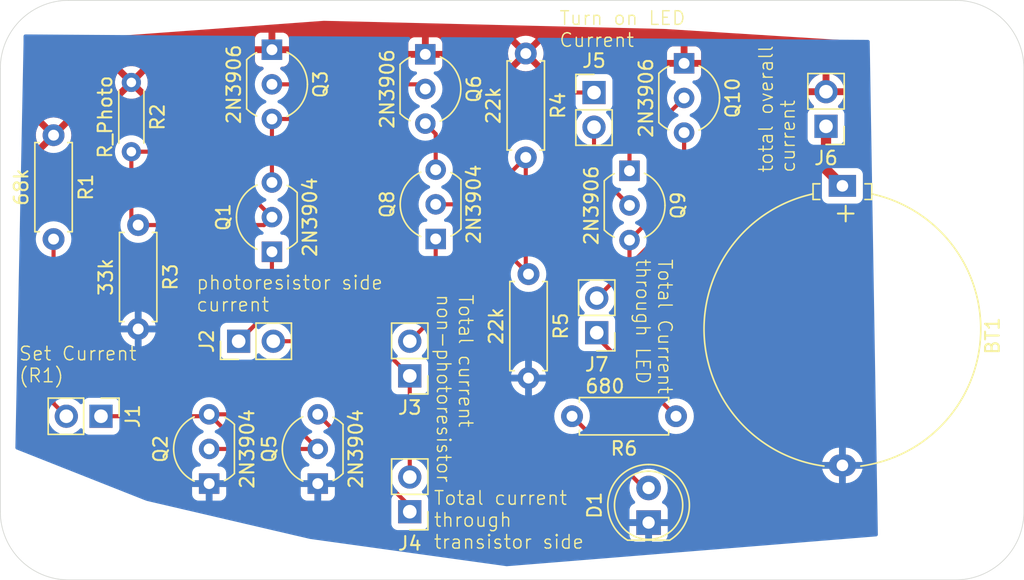
<source format=kicad_pcb>
(kicad_pcb (version 20240108) (generator "pcbnew") (generator_version "8.0")
  (layers (0 "F.Cu" signal) (31 "B.Cu" signal) (34 "B.Paste" user) (35 "F.Paste" user) (36 "B.SilkS" user "B.Silkscreen") (37 "F.SilkS" user "F.Silkscreen") (38 "B.Mask" user) (39 "F.Mask" user) (44 "Edge.Cuts" user))
  (net 0 "")
  (net 1 "Net-(BT1-+)")
  (net 2 "GND")
  (net 3 "Net-(D1-A)")
  (net 4 "Net-(J1-Pin_1)")
  (net 5 "Net-(J1-Pin_2)")
  (net 6 "Net-(J2-Pin_2)")
  (net 7 "Net-(J3-Pin_2)")
  (net 8 "Net-(J4-Pin_1)")
  (net 9 "Net-(J5-Pin_1)")
  (net 10 "Net-(J5-Pin_2)")
  (net 11 "/power")
  (net 12 "Net-(J7-Pin_2)")
  (net 13 "Net-(J7-Pin_1)")
  (net 14 "Net-(Q1-B)")
  (net 15 "Net-(Q1-C)")
  (net 16 "Net-(Q8-B)")
  (net 17 "Net-(Q10-B)")
  (net 18 "Net-(J2-Pin_1)")
  (footprint "Resistor_THT:R_Axial_DIN0207_L6.3mm_D2.5mm_P7.62mm_Horizontal" (layer "F.Cu") (at 142.01 93 180)
    (property "Reference" "R6" (at 3.81 -2.37 360) (layer "F.SilkS"))
    (property "Value" "680" (at 5.21 2.2 0) (layer "F.SilkS"))
    (fp_line (start 7.08 1.37) (end 7.08 1.04) (stroke (width 0.12)) (layer "F.SilkS"))
    (fp_line (start 7.08 -1.37) (end 7.08 -1.04) (stroke (width 0.12)) (layer "F.SilkS"))
    (fp_line (start 0.54 1.37) (end 7.08 1.37) (stroke (width 0.12)) (layer "F.SilkS"))
    (fp_line (start 0.54 1.04) (end 0.54 1.37) (stroke (width 0.12)) (layer "F.SilkS"))
    (fp_line (start 0.54 -1.04) (end 0.54 -1.37) (stroke (width 0.12)) (layer "F.SilkS"))
    (fp_line (start 0.54 -1.37) (end 7.08 -1.37) (stroke (width 0.12)) (layer "F.SilkS"))
    (pad "1" thru_hole circle (at 0 0 180) (size 1.6 1.6) (drill 0.8) (layers "*.Cu" "*.Mask") (net 13 "Net-(J7-Pin_1)"))
    (pad "2" thru_hole oval (at 7.62 0 180) (size 1.6 1.6) (drill 0.8) (layers "*.Cu" "*.Mask") (net 3 "Net-(D1-A)"))
  )
  (footprint "Connector_PinHeader_2.54mm:PinHeader_1x02_P2.54mm_Vertical" (layer "F.Cu") (at 122.5 90.04 180)
    (property "Reference" "J3" (at 0 -2.33 360) (layer "F.SilkS"))
    (property "Value" "Conn_01x02_Pin" (hide yes))
    (fp_line (start 1.33 1.27) (end 1.33 3.87) (stroke (width 0.12)) (layer "F.SilkS"))
    (fp_line (start -1.33 3.87) (end 1.33 3.87) (stroke (width 0.12)) (layer "F.SilkS"))
    (fp_line (start -1.33 1.27) (end 1.33 1.27) (stroke (width 0.12)) (layer "F.SilkS"))
    (fp_line (start -1.33 1.27) (end -1.33 3.87) (stroke (width 0.12)) (layer "F.SilkS"))
    (fp_line (start -1.33 0) (end -1.33 -1.33) (stroke (width 0.12)) (layer "F.SilkS"))
    (fp_line (start -1.33 -1.33) (end 0 -1.33) (stroke (width 0.12)) (layer "F.SilkS"))
    (pad "1" thru_hole rect (at 0 0 180) (size 1.7 1.7) (drill 1) (layers "*.Cu" "*.Mask") (net 6 "Net-(J2-Pin_2)"))
    (pad "2" thru_hole oval (at 0 2.54 180) (size 1.7 1.7) (drill 1) (layers "*.Cu" "*.Mask") (net 7 "Net-(J3-Pin_2)"))
  )
  (footprint "Package_TO_SOT_THT:TO-92_Inline_Wide" (layer "F.Cu") (at 138.6 75 -90)
    (property "Reference" "Q9" (at 2.54 -3.56 90) (layer "F.SilkS"))
    (property "Value" "2N3906" (at 2.54 2.79 90) (layer "F.SilkS"))
    (fp_line (start 0.74 1.85) (end 4.34 1.85) (stroke (width 0.12)) (layer "F.SilkS"))
    (fp_arc (start 0.74 1.85) (mid 0.446097 1.509328) (end 0.215816 1.122795) (stroke (width 0.12)) (layer "F.SilkS"))
    (fp_arc (start 4.864184 1.122795) (mid 4.633903 1.509328) (end 4.34 1.85) (stroke (width 0.12)) (layer "F.SilkS"))
    (fp_arc (start 0.1836 -1.098807) (mid 1.143021 -2.192817) (end 2.54 -2.6) (stroke (width 0.12)) (layer "F.SilkS"))
    (fp_arc (start 2.54 -2.6) (mid 3.936979 -2.192818) (end 4.8964 -1.098807) (stroke (width 0.12)) (layer "F.SilkS"))
    (pad "1" thru_hole rect (at 0 0 270) (size 1.5 1.5) (drill 0.8) (layers "*.Cu" "*.Mask") (net 17 "Net-(Q10-B)"))
    (pad "2" thru_hole circle (at 2.54 0 270) (size 1.5 1.5) (drill 0.8) (layers "*.Cu" "*.Mask") (net 10 "Net-(J5-Pin_2)"))
    (pad "3" thru_hole circle (at 5.08 0 270) (size 1.5 1.5) (drill 0.8) (layers "*.Cu" "*.Mask") (net 12 "Net-(J7-Pin_2)"))
  )
  (footprint "Package_TO_SOT_THT:TO-92_Inline_Wide" (layer "F.Cu") (at 142.6 67.12 -90)
    (property "Reference" "Q10" (at 2.54 -3.56 90) (layer "F.SilkS"))
    (property "Value" "2N3906" (at 2.54 2.79 90) (layer "F.SilkS"))
    (fp_line (start 0.74 1.85) (end 4.34 1.85) (stroke (width 0.12)) (layer "F.SilkS"))
    (fp_arc (start 0.74 1.85) (mid 0.446097 1.509328) (end 0.215816 1.122795) (stroke (width 0.12)) (layer "F.SilkS"))
    (fp_arc (start 4.864184 1.122795) (mid 4.633903 1.509328) (end 4.34 1.85) (stroke (width 0.12)) (layer "F.SilkS"))
    (fp_arc (start 0.1836 -1.098807) (mid 1.143021 -2.192817) (end 2.54 -2.6) (stroke (width 0.12)) (layer "F.SilkS"))
    (fp_arc (start 2.54 -2.6) (mid 3.936979 -2.192818) (end 4.8964 -1.098807) (stroke (width 0.12)) (layer "F.SilkS"))
    (pad "1" thru_hole rect (at 0 0 270) (size 1.5 1.5) (drill 0.8) (layers "*.Cu" "*.Mask") (net 11 "/power"))
    (pad "2" thru_hole circle (at 2.54 0 270) (size 1.5 1.5) (drill 0.8) (layers "*.Cu" "*.Mask") (net 17 "Net-(Q10-B)"))
    (pad "3" thru_hole circle (at 5.08 0 270) (size 1.5 1.5) (drill 0.8) (layers "*.Cu" "*.Mask") (net 12 "Net-(J7-Pin_2)"))
  )
  (footprint "Connector_PinHeader_2.54mm:PinHeader_1x02_P2.54mm_Vertical" (layer "F.Cu") (at 153 71.74 180)
    (property "Reference" "J6" (at 0 -2.33 360) (layer "F.SilkS"))
    (property "Value" "Conn_01x02_Pin" (hide yes))
    (fp_line (start 1.33 1.27) (end 1.33 3.87) (stroke (width 0.12)) (layer "F.SilkS"))
    (fp_line (start -1.33 3.87) (end 1.33 3.87) (stroke (width 0.12)) (layer "F.SilkS"))
    (fp_line (start -1.33 1.27) (end 1.33 1.27) (stroke (width 0.12)) (layer "F.SilkS"))
    (fp_line (start -1.33 1.27) (end -1.33 3.87) (stroke (width 0.12)) (layer "F.SilkS"))
    (fp_line (start -1.33 0) (end -1.33 -1.33) (stroke (width 0.12)) (layer "F.SilkS"))
    (fp_line (start -1.33 -1.33) (end 0 -1.33) (stroke (width 0.12)) (layer "F.SilkS"))
    (pad "1" thru_hole rect (at 0 0 180) (size 1.7 1.7) (drill 1) (layers "*.Cu" "*.Mask") (net 1 "Net-(BT1-+)"))
    (pad "2" thru_hole oval (at 0 2.54 180) (size 1.7 1.7) (drill 1) (layers "*.Cu" "*.Mask") (net 11 "/power"))
  )
  (footprint "Resistor_THT:R_Axial_DIN0207_L6.3mm_D2.5mm_P7.62mm_Horizontal" (layer "F.Cu") (at 131.2 82.58 -90)
    (property "Reference" "R5" (at 3.81 -2.37 90) (layer "F.SilkS"))
    (property "Value" "22k" (at 3.81 2.37 90) (layer "F.SilkS"))
    (fp_line (start 0.54 1.37) (end 7.08 1.37) (stroke (width 0.12)) (layer "F.SilkS"))
    (fp_line (start 7.08 1.37) (end 7.08 1.04) (stroke (width 0.12)) (layer "F.SilkS"))
    (fp_line (start 0.54 1.04) (end 0.54 1.37) (stroke (width 0.12)) (layer "F.SilkS"))
    (fp_line (start 0.54 -1.04) (end 0.54 -1.37) (stroke (width 0.12)) (layer "F.SilkS"))
    (fp_line (start 0.54 -1.37) (end 7.08 -1.37) (stroke (width 0.12)) (layer "F.SilkS"))
    (fp_line (start 7.08 -1.37) (end 7.08 -1.04) (stroke (width 0.12)) (layer "F.SilkS"))
    (pad "1" thru_hole circle (at 0 0 270) (size 1.6 1.6) (drill 0.8) (layers "*.Cu" "*.Mask") (net 16 "Net-(Q8-B)"))
    (pad "2" thru_hole oval (at 7.62 0 270) (size 1.6 1.6) (drill 0.8) (layers "*.Cu" "*.Mask") (net 2 "GND"))
  )
  (footprint "Connector_PinHeader_2.54mm:PinHeader_1x02_P2.54mm_Vertical" (layer "F.Cu") (at 109.96 87.5 90)
    (property "Reference" "J2" (at 0 -2.33 90) (layer "F.SilkS"))
    (property "Value" "Conn_01x02_Pin" (hide yes))
    (fp_line (start -1.33 -1.33) (end 0 -1.33) (stroke (width 0.12)) (layer "F.SilkS"))
    (fp_line (start -1.33 0) (end -1.33 -1.33) (stroke (width 0.12)) (layer "F.SilkS"))
    (fp_line (start 1.33 1.27) (end 1.33 3.87) (stroke (width 0.12)) (layer "F.SilkS"))
    (fp_line (start -1.33 1.27) (end 1.33 1.27) (stroke (width 0.12)) (layer "F.SilkS"))
    (fp_line (start -1.33 1.27) (end -1.33 3.87) (stroke (width 0.12)) (layer "F.SilkS"))
    (fp_line (start -1.33 3.87) (end 1.33 3.87) (stroke (width 0.12)) (layer "F.SilkS"))
    (pad "1" thru_hole rect (at 0 0 90) (size 1.7 1.7) (drill 1) (layers "*.Cu" "*.Mask") (net 18 "Net-(J2-Pin_1)"))
    (pad "2" thru_hole oval (at 0 2.54 90) (size 1.7 1.7) (drill 1) (layers "*.Cu" "*.Mask") (net 6 "Net-(J2-Pin_2)"))
  )
  (footprint "Connector_PinHeader_2.54mm:PinHeader_1x02_P2.54mm_Vertical" (layer "F.Cu") (at 122.5 100 180)
    (property "Reference" "J4" (at 0 -2.33 360) (layer "F.SilkS"))
    (property "Value" "Conn_01x02_Pin" (hide yes))
    (fp_line (start 1.33 1.27) (end 1.33 3.87) (stroke (width 0.12)) (layer "F.SilkS"))
    (fp_line (start -1.33 3.87) (end 1.33 3.87) (stroke (width 0.12)) (layer "F.SilkS"))
    (fp_line (start -1.33 1.27) (end 1.33 1.27) (stroke (width 0.12)) (layer "F.SilkS"))
    (fp_line (start -1.33 1.27) (end -1.33 3.87) (stroke (width 0.12)) (layer "F.SilkS"))
    (fp_line (start -1.33 0) (end -1.33 -1.33) (stroke (width 0.12)) (layer "F.SilkS"))
    (fp_line (start -1.33 -1.33) (end 0 -1.33) (stroke (width 0.12)) (layer "F.SilkS"))
    (pad "1" thru_hole rect (at 0 0 180) (size 1.7 1.7) (drill 1) (layers "*.Cu" "*.Mask") (net 8 "Net-(J4-Pin_1)"))
    (pad "2" thru_hole oval (at 0 2.54 180) (size 1.7 1.7) (drill 1) (layers "*.Cu" "*.Mask") (net 6 "Net-(J2-Pin_2)"))
  )
  (footprint "Connector_PinHeader_2.54mm:PinHeader_1x02_P2.54mm_Vertical" (layer "F.Cu") (at 136 69.26)
    (property "Reference" "J5" (at 0 -2.33 360) (layer "F.SilkS"))
    (property "Value" "Conn_01x02_Pin" (hide yes))
    (fp_line (start -1.33 -1.33) (end 0 -1.33) (stroke (width 0.12)) (layer "F.SilkS"))
    (fp_line (start -1.33 0) (end -1.33 -1.33) (stroke (width 0.12)) (layer "F.SilkS"))
    (fp_line (start -1.33 1.27) (end -1.33 3.87) (stroke (width 0.12)) (layer "F.SilkS"))
    (fp_line (start -1.33 1.27) (end 1.33 1.27) (stroke (width 0.12)) (layer "F.SilkS"))
    (fp_line (start -1.33 3.87) (end 1.33 3.87) (stroke (width 0.12)) (layer "F.SilkS"))
    (fp_line (start 1.33 1.27) (end 1.33 3.87) (stroke (width 0.12)) (layer "F.SilkS"))
    (pad "1" thru_hole rect (at 0 0) (size 1.7 1.7) (drill 1) (layers "*.Cu" "*.Mask") (net 9 "Net-(J5-Pin_1)"))
    (pad "2" thru_hole oval (at 0 2.54) (size 1.7 1.7) (drill 1) (layers "*.Cu" "*.Mask") (net 10 "Net-(J5-Pin_2)"))
  )
  (footprint "Battery:Battery_Panasonic_CR2032-HFN_Horizontal_CircularHoles" (layer "F.Cu") (at 154.200122 76.105 -90)
    (property "Reference" "BT1" (at 11 -11 90) (layer "F.SilkS"))
    (property "Value" "Battery_Cell")
    (fp_line (start -0.15 2.15) (end 1 2.15) (stroke (width 0.12)) (layer "F.SilkS"))
    (fp_line (start -0.15 2.15) (end -0.15 1.65) (stroke (width 0.12)) (layer "F.SilkS"))
    (fp_line (start 1 2.15) (end 1 1.65) (stroke (width 0.12)) (layer "F.SilkS"))
    (fp_line (start -0.15 -2.15) (end -0.15 -1.65) (stroke (width 0.12)) (layer "F.SilkS"))
    (fp_line (start -0.15 -2.15) (end 1 -2.15) (stroke (width 0.12)) (layer "F.SilkS"))
    (fp_line (start 1 -2.15) (end 1 -1.65) (stroke (width 0.12)) (layer "F.SilkS"))
    (fp_arc (start 20.55 1.35) (mid 10.905879 10.130166) (end 0.59 2.15) (stroke (width 0.12)) (layer "F.SilkS"))
    (fp_arc (start 0.59 -2.15) (mid 10.905879 -10.130166) (end 20.55 -1.35) (stroke (width 0.12)) (layer "F.SilkS"))
    (fp_text user "+" (at 2.032 -0.127 90) (layer "F.SilkS") (effects (font (size 1.5 1.5))))
    (pad "1" thru_hole rect (at 0 0 270) (size 1.6 2) (drill 0.85) (layers "*.Cu" "*.Mask") (net 1 "Net-(BT1-+)"))
    (pad "2" thru_hole oval (at 20.5 0 270) (size 1.6 2) (drill 0.85) (layers "*.Cu" "*.Mask") (net 2 "GND"))
  )
  (footprint "Package_TO_SOT_THT:TO-92_Inline_Wide" (layer "F.Cu") (at 115.76 97.94 90)
    (property "Reference" "Q5" (at 2.54 -3.56 90) (layer "F.SilkS"))
    (property "Value" "2N3904" (at 2.54 2.79 90) (layer "F.SilkS"))
    (fp_line (start 0.74 1.85) (end 4.34 1.85) (stroke (width 0.12)) (layer "F.SilkS"))
    (fp_arc (start 2.54 -2.6) (mid 3.936979 -2.192818) (end 4.8964 -1.098807) (stroke (width 0.12)) (layer "F.SilkS"))
    (fp_arc (start 0.1836 -1.098807) (mid 1.143021 -2.192817) (end 2.54 -2.6) (stroke (width 0.12)) (layer "F.SilkS"))
    (fp_arc (start 4.864184 1.122795) (mid 4.633903 1.509328) (end 4.34 1.85) (stroke (width 0.12)) (layer "F.SilkS"))
    (fp_arc (start 0.74 1.85) (mid 0.446097 1.509328) (end 0.215816 1.122795) (stroke (width 0.12)) (layer "F.SilkS"))
    (pad "1" thru_hole rect (at 0 0 90) (size 1.5 1.5) (drill 0.8) (layers "*.Cu" "*.Mask") (net 2 "GND"))
    (pad "2" thru_hole circle (at 2.54 0 90) (size 1.5 1.5) (drill 0.8) (layers "*.Cu" "*.Mask") (net 4 "Net-(J1-Pin_1)"))
    (pad "3" thru_hole circle (at 5.08 0 90) (size 1.5 1.5) (drill 0.8) (layers "*.Cu" "*.Mask") (net 8 "Net-(J4-Pin_1)"))
  )
  (footprint "Package_TO_SOT_THT:TO-92_Inline_Wide" (layer "F.Cu") (at 107.8 97.94 90)
    (property "Reference" "Q2" (at 2.54 -3.56 90) (layer "F.SilkS"))
    (property "Value" "2N3904" (at 2.54 2.79 90) (layer "F.SilkS"))
    (fp_line (start 0.74 1.85) (end 4.34 1.85) (stroke (width 0.12)) (layer "F.SilkS"))
    (fp_arc (start 2.54 -2.6) (mid 3.936979 -2.192818) (end 4.8964 -1.098807) (stroke (width 0.12)) (layer "F.SilkS"))
    (fp_arc (start 0.1836 -1.098807) (mid 1.143021 -2.192817) (end 2.54 -2.6) (stroke (width 0.12)) (layer "F.SilkS"))
    (fp_arc (start 4.864184 1.122795) (mid 4.633903 1.509328) (end 4.34 1.85) (stroke (width 0.12)) (layer "F.SilkS"))
    (fp_arc (start 0.74 1.85) (mid 0.446097 1.509328) (end 0.215816 1.122795) (stroke (width 0.12)) (layer "F.SilkS"))
    (pad "1" thru_hole rect (at 0 0 90) (size 1.5 1.5) (drill 0.8) (layers "*.Cu" "*.Mask") (net 2 "GND"))
    (pad "2" thru_hole circle (at 2.54 0 90) (size 1.5 1.5) (drill 0.8) (layers "*.Cu" "*.Mask") (net 4 "Net-(J1-Pin_1)"))
    (pad "3" thru_hole circle (at 5.08 0 90) (size 1.5 1.5) (drill 0.8) (layers "*.Cu" "*.Mask") (net 4 "Net-(J1-Pin_1)"))
  )
  (footprint "Package_TO_SOT_THT:TO-92_Inline_Wide" (layer "F.Cu") (at 123.64 66.46 -90)
    (property "Reference" "Q6" (at 2.54 -3.56 90) (layer "F.SilkS"))
    (property "Value" "2N3906" (at 2.54 2.79 90) (layer "F.SilkS"))
    (fp_line (start 0.74 1.85) (end 4.34 1.85) (stroke (width 0.12)) (layer "F.SilkS"))
    (fp_arc (start 0.74 1.85) (mid 0.446097 1.509328) (end 0.215816 1.122795) (stroke (width 0.12)) (layer "F.SilkS"))
    (fp_arc (start 4.864184 1.122795) (mid 4.633903 1.509328) (end 4.34 1.85) (stroke (width 0.12)) (layer "F.SilkS"))
    (fp_arc (start 0.1836 -1.098807) (mid 1.143021 -2.192817) (end 2.54 -2.6) (stroke (width 0.12)) (layer "F.SilkS"))
    (fp_arc (start 2.54 -2.6) (mid 3.936979 -2.192818) (end 4.8964 -1.098807) (stroke (width 0.12)) (layer "F.SilkS"))
    (pad "1" thru_hole rect (at 0 0 270) (size 1.5 1.5) (drill 0.8) (layers "*.Cu" "*.Mask") (net 11 "/power"))
    (pad "2" thru_hole circle (at 2.54 0 270) (size 1.5 1.5) (drill 0.8) (layers "*.Cu" "*.Mask") (net 15 "Net-(Q1-C)"))
    (pad "3" thru_hole circle (at 5.08 0 270) (size 1.5 1.5) (drill 0.8) (layers "*.Cu" "*.Mask") (net 9 "Net-(J5-Pin_1)"))
  )
  (footprint "Package_TO_SOT_THT:TO-92_Inline_Wide" (layer "F.Cu") (at 112.4 80.94 90)
    (property "Reference" "Q1" (at 2.54 -3.56 90) (layer "F.SilkS"))
    (property "Value" "2N3904" (at 2.54 2.79 90) (layer "F.SilkS"))
    (fp_line (start 0.74 1.85) (end 4.34 1.85) (stroke (width 0.12)) (layer "F.SilkS"))
    (fp_arc (start 2.54 -2.6) (mid 3.936979 -2.192818) (end 4.8964 -1.098807) (stroke (width 0.12)) (layer "F.SilkS"))
    (fp_arc (start 0.1836 -1.098807) (mid 1.143021 -2.192817) (end 2.54 -2.6) (stroke (width 0.12)) (layer "F.SilkS"))
    (fp_arc (start 4.864184 1.122795) (mid 4.633903 1.509328) (end 4.34 1.85) (stroke (width 0.12)) (layer "F.SilkS"))
    (fp_arc (start 0.74 1.85) (mid 0.446097 1.509328) (end 0.215816 1.122795) (stroke (width 0.12)) (layer "F.SilkS"))
    (pad "1" thru_hole rect (at 0 0 90) (size 1.5 1.5) (drill 0.8) (layers "*.Cu" "*.Mask") (net 18 "Net-(J2-Pin_1)"))
    (pad "2" thru_hole circle (at 2.54 0 90) (size 1.5 1.5) (drill 0.8) (layers "*.Cu" "*.Mask") (net 14 "Net-(Q1-B)"))
    (pad "3" thru_hole circle (at 5.08 0 90) (size 1.5 1.5) (drill 0.8) (layers "*.Cu" "*.Mask") (net 15 "Net-(Q1-C)"))
  )
  (footprint "LED_THT:LED_D5.0mm" (layer "F.Cu") (at 140 100.8 90)
    (property "Reference" "D1" (at 1.27 -3.96 90) (layer "F.SilkS"))
    (property "Value" "LED")
    (fp_line (start -1.29 -1.545) (end -1.29 1.545) (stroke (width 0.12)) (layer "F.SilkS"))
    (fp_arc (start -1.29 -1.54483) (mid 2.072002 -2.880433) (end 4.26 0.000462) (stroke (width 0.12)) (layer "F.SilkS"))
    (fp_arc (start 4.26 -0.000462) (mid 2.072002 2.880433) (end -1.29 1.54483) (stroke (width 0.12)) (layer "F.SilkS"))
    (fp_circle (center 1.27 0) (end 3.77 0) (stroke (width 0.12)) (fill none) (layer "F.SilkS"))
    (pad "1" thru_hole rect (at 0 0 90) (size 1.8 1.8) (drill 0.9) (layers "*.Cu" "*.Mask") (net 2 "GND"))
    (pad "2" thru_hole circle (at 2.54 0 90) (size 1.8 1.8) (drill 0.9) (layers "*.Cu" "*.Mask") (net 3 "Net-(D1-A)"))
  )
  (footprint "Connector_PinHeader_2.54mm:PinHeader_1x02_P2.54mm_Vertical" (layer "F.Cu") (at 99.875 93 -90)
    (property "Reference" "J1" (at 0 -2.33 90) (layer "F.SilkS"))
    (property "Value" "Conn_01x02_Pin" (hide yes))
    (fp_line (start -1.33 3.87) (end 1.33 3.87) (stroke (width 0.12)) (layer "F.SilkS"))
    (fp_line (start -1.33 1.27) (end -1.33 3.87) (stroke (width 0.12)) (layer "F.SilkS"))
    (fp_line (start -1.33 1.27) (end 1.33 1.27) (stroke (width 0.12)) (layer "F.SilkS"))
    (fp_line (start 1.33 1.27) (end 1.33 3.87) (stroke (width 0.12)) (layer "F.SilkS"))
    (fp_line (start -1.33 0) (end -1.33 -1.33) (stroke (width 0.12)) (layer "F.SilkS"))
    (fp_line (start -1.33 -1.33) (end 0 -1.33) (stroke (width 0.12)) (layer "F.SilkS"))
    (pad "1" thru_hole rect (at 0 0 270) (size 1.7 1.7) (drill 1) (layers "*.Cu" "*.Mask") (net 4 "Net-(J1-Pin_1)"))
    (pad "2" thru_hole oval (at 0 2.54 270) (size 1.7 1.7) (drill 1) (layers "*.Cu" "*.Mask") (net 5 "Net-(J1-Pin_2)"))
  )
  (footprint "Package_TO_SOT_THT:TO-92_Inline_Wide" (layer "F.Cu") (at 112.4 66.12 -90)
    (property "Reference" "Q3" (at 2.54 -3.56 90) (layer "F.SilkS"))
    (property "Value" "2N3906" (at 2.54 2.79 90) (layer "F.SilkS"))
    (fp_line (start 0.74 1.85) (end 4.34 1.85) (stroke (width 0.12)) (layer "F.SilkS"))
    (fp_arc (start 0.74 1.85) (mid 0.446097 1.509328) (end 0.215816 1.122795) (stroke (width 0.12)) (layer "F.SilkS"))
    (fp_arc (start 4.864184 1.122795) (mid 4.633903 1.509328) (end 4.34 1.85) (stroke (width 0.12)) (layer "F.SilkS"))
    (fp_arc (start 0.1836 -1.098807) (mid 1.143021 -2.192817) (end 2.54 -2.6) (stroke (width 0.12)) (layer "F.SilkS"))
    (fp_arc (start 2.54 -2.6) (mid 3.936979 -2.192818) (end 4.8964 -1.098807) (stroke (width 0.12)) (layer "F.SilkS"))
    (pad "1" thru_hole rect (at 0 0 270) (size 1.5 1.5) (drill 0.8) (layers "*.Cu" "*.Mask") (net 11 "/power"))
    (pad "2" thru_hole circle (at 2.54 0 270) (size 1.5 1.5) (drill 0.8) (layers "*.Cu" "*.Mask") (net 15 "Net-(Q1-C)"))
    (pad "3" thru_hole circle (at 5.08 0 270) (size 1.5 1.5) (drill 0.8) (layers "*.Cu" "*.Mask") (net 15 "Net-(Q1-C)"))
  )
  (footprint "Connector_PinHeader_2.54mm:PinHeader_1x02_P2.54mm_Vertical" (layer "F.Cu") (at 136.2 86.875 180)
    (property "Reference" "J7" (at 0 -2.33 360) (layer "F.SilkS"))
    (property "Value" "Conn_01x02_Pin" (hide yes))
    (fp_line (start 1.33 1.27) (end 1.33 3.87) (stroke (width 0.12)) (layer "F.SilkS"))
    (fp_line (start -1.33 3.87) (end 1.33 3.87) (stroke (width 0.12)) (layer "F.SilkS"))
    (fp_line (start -1.33 1.27) (end 1.33 1.27) (stroke (width 0.12)) (layer "F.SilkS"))
    (fp_line (start -1.33 1.27) (end -1.33 3.87) (stroke (width 0.12)) (layer "F.SilkS"))
    (fp_line (start -1.33 0) (end -1.33 -1.33) (stroke (width 0.12)) (layer "F.SilkS"))
    (fp_line (start -1.33 -1.33) (end 0 -1.33) (stroke (width 0.12)) (layer "F.SilkS"))
    (pad "1" thru_hole rect (at 0 0 180) (size 1.7 1.7) (drill 1) (layers "*.Cu" "*.Mask") (net 13 "Net-(J7-Pin_1)"))
    (pad "2" thru_hole oval (at 0 2.54 180) (size 1.7 1.7) (drill 1) (layers "*.Cu" "*.Mask") (net 12 "Net-(J7-Pin_2)"))
  )
  (footprint "Package_TO_SOT_THT:TO-92_Inline_Wide" (layer "F.Cu") (at 124.4 80 90)
    (property "Reference" "Q8" (at 2.54 -3.56 90) (layer "F.SilkS"))
    (property "Value" "2N3904" (at 2.54 2.79 90) (layer "F.SilkS"))
    (fp_line (start 0.74 1.85) (end 4.34 1.85) (stroke (width 0.12)) (layer "F.SilkS"))
    (fp_arc (start 2.54 -2.6) (mid 3.936979 -2.192818) (end 4.8964 -1.098807) (stroke (width 0.12)) (layer "F.SilkS"))
    (fp_arc (start 0.1836 -1.098807) (mid 1.143021 -2.192817) (end 2.54 -2.6) (stroke (width 0.12)) (layer "F.SilkS"))
    (fp_arc (start 4.864184 1.122795) (mid 4.633903 1.509328) (end 4.34 1.85) (stroke (width 0.12)) (layer "F.SilkS"))
    (fp_arc (start 0.74 1.85) (mid 0.446097 1.509328) (end 0.215816 1.122795) (stroke (width 0.12)) (layer "F.SilkS"))
    (pad "1" thru_hole rect (at 0 0 90) (size 1.5 1.5) (drill 0.8) (layers "*.Cu" "*.Mask") (net 7 "Net-(J3-Pin_2)"))
    (pad "2" thru_hole circle (at 2.54 0 90) (size 1.5 1.5) (drill 0.8) (layers "*.Cu" "*.Mask") (net 16 "Net-(Q8-B)"))
    (pad "3" thru_hole circle (at 5.08 0 90) (size 1.5 1.5) (drill 0.8) (layers "*.Cu" "*.Mask") (net 9 "Net-(J5-Pin_1)"))
  )
  (footprint "Resistor_THT:R_Axial_DIN0207_L6.3mm_D2.5mm_P7.62mm_Horizontal" (layer "F.Cu") (at 102.6 78.98 -90)
    (property "Reference" "R3" (at 3.81 -2.37 90) (layer "F.SilkS"))
    (property "Value" "33k" (at 3.81 2.37 90) (layer "F.SilkS"))
    (fp_line (start 0.54 1.37) (end 7.08 1.37) (stroke (width 0.12)) (layer "F.SilkS"))
    (fp_line (start 7.08 1.37) (end 7.08 1.04) (stroke (width 0.12)) (layer "F.SilkS"))
    (fp_line (start 0.54 1.04) (end 0.54 1.37) (stroke (width 0.12)) (layer "F.SilkS"))
    (fp_line (start 0.54 -1.04) (end 0.54 -1.37) (stroke (width 0.12)) (layer "F.SilkS"))
    (fp_line (start 0.54 -1.37) (end 7.08 -1.37) (stroke (width 0.12)) (layer "F.SilkS"))
    (fp_line (start 7.08 -1.37) (end 7.08 -1.04) (stroke (width 0.12)) (layer "F.SilkS"))
    (pad "1" thru_hole circle (at 0 0 270) (size 1.6 1.6) (drill 0.8) (layers "*.Cu" "*.Mask") (net 14 "Net-(Q1-B)"))
    (pad "2" thru_hole oval (at 7.62 0 270) (size 1.6 1.6) (drill 0.8) (layers "*.Cu" "*.Mask") (net 2 "GND"))
  )
  (footprint "Resistor_THT:R_Axial_DIN0207_L6.3mm_D2.5mm_P7.62mm_Horizontal" (layer "F.Cu") (at 131 66.4 -90)
    (property "Reference" "R4" (at 3.81 -2.37 90) (layer "F.SilkS"))
    (property "Value" "22k" (at 3.81 2.37 90) (layer "F.SilkS"))
    (fp_line (start 0.54 1.37) (end 7.08 1.37) (stroke (width 0.12)) (layer "F.SilkS"))
    (fp_line (start 7.08 1.37) (end 7.08 1.04) (stroke (width 0.12)) (layer "F.SilkS"))
    (fp_line (start 0.54 1.04) (end 0.54 1.37) (stroke (width 0.12)) (layer "F.SilkS"))
    (fp_line (start 0.54 -1.04) (end 0.54 -1.37) (stroke (width 0.12)) (layer "F.SilkS"))
    (fp_line (start 0.54 -1.37) (end 7.08 -1.37) (stroke (width 0.12)) (layer "F.SilkS"))
    (fp_line (start 7.08 -1.37) (end 7.08 -1.04) (stroke (width 0.12)) (layer "F.SilkS"))
    (pad "1" thru_hole circle (at 0 0 270) (size 1.6 1.6) (drill 0.8) (layers "*.Cu" "*.Mask") (net 11 "/power"))
    (pad "2" thru_hole oval (at 7.62 0 270) (size 1.6 1.6) (drill 0.8) (layers "*.Cu" "*.Mask") (net 16 "Net-(Q8-B)"))
  )
  (footprint "Resistor_THT:R_Axial_DIN0204_L3.6mm_D1.6mm_P5.08mm_Horizontal" (layer "F.Cu") (at 102.1 68.52 -90)
    (property "Reference" "R2" (at 2.54 -1.92 90) (layer "F.SilkS"))
    (property "Value" "R_Photo" (at 2.54 1.92 90) (layer "F.SilkS"))
    (fp_line (start 0.62 0.92) (end 4.46 0.92) (stroke (width 0.12)) (layer "F.SilkS"))
    (fp_line (start 0.62 -0.92) (end 4.46 -0.92) (stroke (width 0.12)) (layer "F.SilkS"))
    (pad "1" thru_hole circle (at 0 0 270) (size 1.4 1.4) (drill 0.7) (layers "*.Cu" "*.Mask") (net 11 "/power"))
    (pad "2" thru_hole oval (at 5.08 0 270) (size 1.4 1.4) (drill 0.7) (layers "*.Cu" "*.Mask") (net 14 "Net-(Q1-B)"))
  )
  (footprint "Resistor_THT:R_Axial_DIN0207_L6.3mm_D2.5mm_P7.62mm_Horizontal" (layer "F.Cu") (at 96.4 72.39 -90)
    (property "Reference" "R1" (at 3.81 -2.37 90) (layer "F.SilkS"))
    (property "Value" "68k" (at 3.81 2.37 90) (layer "F.SilkS"))
    (fp_line (start 0.54 1.37) (end 7.08 1.37) (stroke (width 0.12)) (layer "F.SilkS"))
    (fp_line (start 7.08 1.37) (end 7.08 1.04) (stroke (width 0.12)) (layer "F.SilkS"))
    (fp_line (start 0.54 1.04) (end 0.54 1.37) (stroke (width 0.12)) (layer "F.SilkS"))
    (fp_line (start 0.54 -1.04) (end 0.54 -1.37) (stroke (width 0.12)) (layer "F.SilkS"))
    (fp_line (start 0.54 -1.37) (end 7.08 -1.37) (stroke (width 0.12)) (layer "F.SilkS"))
    (fp_line (start 7.08 -1.37) (end 7.08 -1.04) (stroke (width 0.12)) (layer "F.SilkS"))
    (pad "1" thru_hole circle (at 0 0 270) (size 1.6 1.6) (drill 0.8) (layers "*.Cu" "*.Mask") (net 11 "/power"))
    (pad "2" thru_hole oval (at 7.62 0 270) (size 1.6 1.6) (drill 0.8) (layers "*.Cu" "*.Mask") (net 5 "Net-(J1-Pin_2)"))
  )
  (gr_arc (start 162.5 62.5) (mid 166.035534 63.964466) (end 167.5 67.5) (stroke (width 0.05)) (layer "Edge.Cuts"))
  (gr_arc (start 92.5 67.5) (mid 93.964466 63.964466) (end 97.5 62.5) (stroke (width 0.05)) (layer "Edge.Cuts"))
  (gr_arc (start 97.5 105) (mid 93.964466 103.535534) (end 92.5 100) (stroke (width 0.05)) (layer "Edge.Cuts"))
  (gr_line (start 92.5 100) (end 92.5 67.5) (stroke (width 0.05)) (layer "Edge.Cuts"))
  (gr_line (start 162.5 105) (end 97.5 105) (stroke (width 0.05)) (layer "Edge.Cuts"))
  (gr_arc (start 167.5 100) (mid 166.035534 103.535534) (end 162.5 105) (stroke (width 0.05)) (layer "Edge.Cuts"))
  (gr_line (start 97.5 62.5) (end 162.5 62.5) (stroke (width 0.05)) (layer "Edge.Cuts"))
  (gr_line (start 167.5 67.5) (end 167.5 100) (stroke (width 0.05)) (layer "Edge.Cuts"))
  (gr_text "Total current \nnon-photoresistor" (at 124.4 84 -90) (layer "F.SilkS") (effects (font (size 1 1) (thickness 0.1)) (justify left bottom)))
  (gr_text "total overall\ncurrent" (at 150.8 75.2 90) (layer "F.SilkS") (effects (font (size 1 1) (thickness 0.1)) (justify left bottom)))
  (gr_text "Total current \nthrough\ntransistor side" (at 124.2 102.8 0) (layer "F.SilkS") (effects (font (size 1 1) (thickness 0.1)) (justify left bottom)))
  (gr_text "photoresistor side \ncurrent" (at 106.8 85.4 0) (layer "F.SilkS") (effects (font (size 1 1) (thickness 0.1)) (justify left bottom)))
  (gr_text "Set Current\n(R1)" (at 93.8 90.6 0) (layer "F.SilkS") (effects (font (size 1 1) (thickness 0.1)) (justify left bottom)))
  (gr_text "Turn on LED\nCurrent" (at 133.4 66 0) (layer "F.SilkS") (effects (font (size 1 1) (thickness 0.1)) (justify left bottom)))
  (gr_text "Total Current\nthrough LED" (at 139 81.4 -90) (layer "F.SilkS") (effects (font (size 1 1) (thickness 0.1)) (justify left bottom)))
  (segment (start 153 71.74) (end 153 74.904878) (width 0.75) (layer "F.Cu") (net 1))
  (segment (start 153 74.904878) (end 154.200122 76.105) (width 0.75) (layer "F.Cu") (net 1))
  (segment (start 134.39 93) (end 139.65 98.26) (width 0.3) (layer "F.Cu") (net 3))
  (segment (start 139.65 98.26) (end 140 98.26) (width 0.3) (layer "F.Cu") (net 3))
  (segment (start 107.66 93) (end 107.8 92.86) (width 0.3) (layer "F.Cu") (net 4))
  (segment (start 113.22 92.86) (end 115.76 95.4) (width 0.3) (layer "F.Cu") (net 4))
  (segment (start 110.34 95.4) (end 111.2 95.4) (width 0.3) (layer "F.Cu") (net 4))
  (segment (start 107.8 92.86) (end 110.34 95.4) (width 0.3) (layer "F.Cu") (net 4))
  (segment (start 99.875 93) (end 107.66 93) (width 0.3) (layer "F.Cu") (net 4))
  (segment (start 111.2 95.4) (end 115.76 95.4) (width 0.3) (layer "F.Cu") (net 4))
  (segment (start 107.8 95.4) (end 111.2 95.4) (width 0.3) (layer "F.Cu") (net 4))
  (segment (start 107.8 92.86) (end 113.22 92.86) (width 0.3) (layer "F.Cu") (net 4))
  (segment (start 96.4 92.065) (end 97.335 93) (width 0.3) (layer "F.Cu") (net 5))
  (segment (start 96.4 80.01) (end 96.4 92.065) (width 0.3) (layer "F.Cu") (net 5))
  (segment (start 122.5 90.04) (end 122.5 97.46) (width 0.3) (layer "F.Cu") (net 6))
  (segment (start 119.96 87.5) (end 122.5 90.04) (width 0.3) (layer "F.Cu") (net 6))
  (segment (start 112.5 87.5) (end 119.96 87.5) (width 0.3) (layer "F.Cu") (net 6))
  (segment (start 124.4 80) (end 124.4 85.6) (width 0.3) (layer "F.Cu") (net 7))
  (segment (start 124.4 85.6) (end 122.5 87.5) (width 0.3) (layer "F.Cu") (net 7))
  (segment (start 122.5 99.6) (end 115.76 92.86) (width 0.3) (layer "F.Cu") (net 8))
  (segment (start 122.5 100) (end 122.5 99.6) (width 0.3) (layer "F.Cu") (net 8))
  (segment (start 124.4 73) (end 124.4 74.92) (width 0.3) (layer "F.Cu") (net 9))
  (segment (start 124.4 72.3) (end 124.4 73) (width 0.3) (layer "F.Cu") (net 9))
  (segment (start 136 69.26) (end 128.14 69.26) (width 0.3) (layer "F.Cu") (net 9))
  (segment (start 128.14 69.26) (end 124.4 73) (width 0.3) (layer "F.Cu") (net 9))
  (segment (start 123.64 71.54) (end 124.4 72.3) (width 0.3) (layer "F.Cu") (net 9))
  (segment (start 136 71.8) (end 136 74.94) (width 0.3) (layer "F.Cu") (net 10))
  (segment (start 136 74.94) (end 138.6 77.54) (width 0.3) (layer "F.Cu") (net 10))
  (segment (start 142.6 76.08) (end 138.6 80.08) (width 0.3) (layer "F.Cu") (net 12))
  (segment (start 142.6 77.935) (end 136.2 84.335) (width 0.3) (layer "F.Cu") (net 12))
  (segment (start 138.6 81.935) (end 136.2 84.335) (width 0.3) (layer "F.Cu") (net 12))
  (segment (start 142.6 72.2) (end 142.6 76.08) (width 0.3) (layer "F.Cu") (net 12))
  (segment (start 138.6 80.08) (end 138.6 81.935) (width 0.3) (layer "F.Cu") (net 12))
  (segment (start 142.6 72.2) (end 142.6 77.935) (width 0.3) (layer "F.Cu") (net 12))
  (segment (start 136.2 87.19) (end 142.01 93) (width 0.3) (layer "F.Cu") (net 13))
  (segment (start 136.2 86.875) (end 136.2 87.19) (width 0.3) (layer "F.Cu") (net 13))
  (segment (start 107.6 73.6) (end 112.4 78.4) (width 0.3) (layer "F.Cu") (net 14))
  (segment (start 102.6 78.98) (end 111.82 78.98) (width 0.3) (layer "F.Cu") (net 14))
  (segment (start 102.1 73.6) (end 102.1 78.48) (width 0.3) (layer "F.Cu") (net 14))
  (segment (start 102.1 73.6) (end 107.6 73.6) (width 0.3) (layer "F.Cu") (net 14))
  (segment (start 102.1 78.48) (end 102.6 78.98) (width 0.3) (layer "F.Cu") (net 14))
  (segment (start 111.82 78.98) (end 112.4 78.4) (width 0.3) (layer "F.Cu") (net 14))
  (segment (start 112.4 71.2) (end 115.86 71.2) (width 0.3) (layer "F.Cu") (net 15))
  (segment (start 118.4 68.66) (end 123.3 68.66) (width 0.3) (layer "F.Cu") (net 15))
  (segment (start 123.3 68.66) (end 123.64 69) (width 0.3) (layer "F.Cu") (net 15))
  (segment (start 115.86 71.2) (end 118.4 68.66) (width 0.3) (layer "F.Cu") (net 15))
  (segment (start 112.4 71.2) (end 112.4 75.86) (width 0.3) (layer "F.Cu") (net 15))
  (segment (start 112.4 68.66) (end 118.4 68.66) (width 0.3) (layer "F.Cu") (net 15))
  (segment (start 126.08 77.46) (end 127.21 78.59) (width 0.3) (layer "F.Cu") (net 16))
  (segment (start 124.4 77.46) (end 126.08 77.46) (width 0.3) (layer "F.Cu") (net 16))
  (segment (start 127.21 78.59) (end 131.2 82.58) (width 0.3) (layer "F.Cu") (net 16))
  (segment (start 131 74.02) (end 127.21 77.81) (width 0.3) (layer "F.Cu") (net 16))
  (segment (start 131 82.38) (end 131.2 82.58) (width 0.3) (layer "F.Cu") (net 16))
  (segment (start 127.21 77.81) (end 127.21 78.59) (width 0.3) (layer "F.Cu") (net 16))
  (segment (start 131 74.02) (end 131 82.38) (width 0.3) (layer "F.Cu") (net 16))
  (segment (start 138.6 73.66) (end 142.6 69.66) (width 0.3) (layer "F.Cu") (net 17))
  (segment (start 138.6 75) (end 138.6 73.66) (width 0.3) (layer "F.Cu") (net 17))
  (segment (start 112.4 80.94) (end 112.4 85.06) (width 0.3) (layer "F.Cu") (net 18))
  (segment (start 112.4 85.06) (end 109.96 87.5) (width 0.3) (layer "F.Cu") (net 18))
  (zone (net 11) (net_name "/power") (layer "F.Cu") (connect_pads (clearance 0.5)) (min_thickness 0.25) (fill yes (thermal_gap 0.5) (thermal_bridge_width 0.5))
    (polygon (pts (xy 94.4 74.6) (xy 94.4 65.6) (xy 116.2 64) (xy 141.2 64.6) (xy 154 65.4) (xy 155.8 70.4) (xy 149.6 70.8) (xy 143 68.4) (xy 135.6 67.6) (xy 129 68.2) (xy 121.2 67.6) (xy 108.6 67.8)))
  )
  (zone (net 2) (net_name "GND") (layer "B.Cu") (priority 1) (connect_pads (clearance 0.5)) (min_thickness 0.25) (fill yes (thermal_gap 0.5) (thermal_bridge_width 0.5))
    (polygon (pts (xy 94.2 65) (xy 156.2 65.4) (xy 156.8 101.8) (xy 129.6 104) (xy 115.2 102) (xy 103.2 99.2) (xy 93.6 95.4) (xy 94.2 65.6)))
  )
)
</source>
